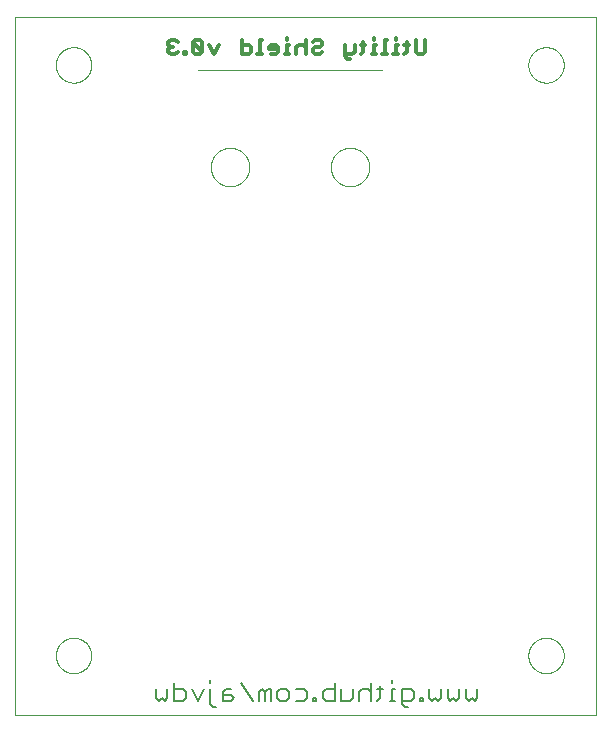
<source format=gbo>
G75*
%MOIN*%
%OFA0B0*%
%FSLAX25Y25*%
%IPPOS*%
%LPD*%
%AMOC8*
5,1,8,0,0,1.08239X$1,22.5*
%
%ADD10C,0.00000*%
%ADD11C,0.01200*%
%ADD12C,0.00800*%
%ADD13C,0.00039*%
D10*
X0001800Y0001800D02*
X0001800Y0234261D01*
X0195501Y0234261D01*
X0195501Y0001800D01*
X0001800Y0001800D01*
X0015579Y0021485D02*
X0015581Y0021638D01*
X0015587Y0021792D01*
X0015597Y0021945D01*
X0015611Y0022097D01*
X0015629Y0022250D01*
X0015651Y0022401D01*
X0015676Y0022552D01*
X0015706Y0022703D01*
X0015740Y0022853D01*
X0015777Y0023001D01*
X0015818Y0023149D01*
X0015863Y0023295D01*
X0015912Y0023441D01*
X0015965Y0023585D01*
X0016021Y0023727D01*
X0016081Y0023868D01*
X0016145Y0024008D01*
X0016212Y0024146D01*
X0016283Y0024282D01*
X0016358Y0024416D01*
X0016435Y0024548D01*
X0016517Y0024678D01*
X0016601Y0024806D01*
X0016689Y0024932D01*
X0016780Y0025055D01*
X0016874Y0025176D01*
X0016972Y0025294D01*
X0017072Y0025410D01*
X0017176Y0025523D01*
X0017282Y0025634D01*
X0017391Y0025742D01*
X0017503Y0025847D01*
X0017617Y0025948D01*
X0017735Y0026047D01*
X0017854Y0026143D01*
X0017976Y0026236D01*
X0018101Y0026325D01*
X0018228Y0026412D01*
X0018357Y0026494D01*
X0018488Y0026574D01*
X0018621Y0026650D01*
X0018756Y0026723D01*
X0018893Y0026792D01*
X0019032Y0026857D01*
X0019172Y0026919D01*
X0019314Y0026977D01*
X0019457Y0027032D01*
X0019602Y0027083D01*
X0019748Y0027130D01*
X0019895Y0027173D01*
X0020043Y0027212D01*
X0020192Y0027248D01*
X0020342Y0027279D01*
X0020493Y0027307D01*
X0020644Y0027331D01*
X0020797Y0027351D01*
X0020949Y0027367D01*
X0021102Y0027379D01*
X0021255Y0027387D01*
X0021408Y0027391D01*
X0021562Y0027391D01*
X0021715Y0027387D01*
X0021868Y0027379D01*
X0022021Y0027367D01*
X0022173Y0027351D01*
X0022326Y0027331D01*
X0022477Y0027307D01*
X0022628Y0027279D01*
X0022778Y0027248D01*
X0022927Y0027212D01*
X0023075Y0027173D01*
X0023222Y0027130D01*
X0023368Y0027083D01*
X0023513Y0027032D01*
X0023656Y0026977D01*
X0023798Y0026919D01*
X0023938Y0026857D01*
X0024077Y0026792D01*
X0024214Y0026723D01*
X0024349Y0026650D01*
X0024482Y0026574D01*
X0024613Y0026494D01*
X0024742Y0026412D01*
X0024869Y0026325D01*
X0024994Y0026236D01*
X0025116Y0026143D01*
X0025235Y0026047D01*
X0025353Y0025948D01*
X0025467Y0025847D01*
X0025579Y0025742D01*
X0025688Y0025634D01*
X0025794Y0025523D01*
X0025898Y0025410D01*
X0025998Y0025294D01*
X0026096Y0025176D01*
X0026190Y0025055D01*
X0026281Y0024932D01*
X0026369Y0024806D01*
X0026453Y0024678D01*
X0026535Y0024548D01*
X0026612Y0024416D01*
X0026687Y0024282D01*
X0026758Y0024146D01*
X0026825Y0024008D01*
X0026889Y0023868D01*
X0026949Y0023727D01*
X0027005Y0023585D01*
X0027058Y0023441D01*
X0027107Y0023295D01*
X0027152Y0023149D01*
X0027193Y0023001D01*
X0027230Y0022853D01*
X0027264Y0022703D01*
X0027294Y0022552D01*
X0027319Y0022401D01*
X0027341Y0022250D01*
X0027359Y0022097D01*
X0027373Y0021945D01*
X0027383Y0021792D01*
X0027389Y0021638D01*
X0027391Y0021485D01*
X0027389Y0021332D01*
X0027383Y0021178D01*
X0027373Y0021025D01*
X0027359Y0020873D01*
X0027341Y0020720D01*
X0027319Y0020569D01*
X0027294Y0020418D01*
X0027264Y0020267D01*
X0027230Y0020117D01*
X0027193Y0019969D01*
X0027152Y0019821D01*
X0027107Y0019675D01*
X0027058Y0019529D01*
X0027005Y0019385D01*
X0026949Y0019243D01*
X0026889Y0019102D01*
X0026825Y0018962D01*
X0026758Y0018824D01*
X0026687Y0018688D01*
X0026612Y0018554D01*
X0026535Y0018422D01*
X0026453Y0018292D01*
X0026369Y0018164D01*
X0026281Y0018038D01*
X0026190Y0017915D01*
X0026096Y0017794D01*
X0025998Y0017676D01*
X0025898Y0017560D01*
X0025794Y0017447D01*
X0025688Y0017336D01*
X0025579Y0017228D01*
X0025467Y0017123D01*
X0025353Y0017022D01*
X0025235Y0016923D01*
X0025116Y0016827D01*
X0024994Y0016734D01*
X0024869Y0016645D01*
X0024742Y0016558D01*
X0024613Y0016476D01*
X0024482Y0016396D01*
X0024349Y0016320D01*
X0024214Y0016247D01*
X0024077Y0016178D01*
X0023938Y0016113D01*
X0023798Y0016051D01*
X0023656Y0015993D01*
X0023513Y0015938D01*
X0023368Y0015887D01*
X0023222Y0015840D01*
X0023075Y0015797D01*
X0022927Y0015758D01*
X0022778Y0015722D01*
X0022628Y0015691D01*
X0022477Y0015663D01*
X0022326Y0015639D01*
X0022173Y0015619D01*
X0022021Y0015603D01*
X0021868Y0015591D01*
X0021715Y0015583D01*
X0021562Y0015579D01*
X0021408Y0015579D01*
X0021255Y0015583D01*
X0021102Y0015591D01*
X0020949Y0015603D01*
X0020797Y0015619D01*
X0020644Y0015639D01*
X0020493Y0015663D01*
X0020342Y0015691D01*
X0020192Y0015722D01*
X0020043Y0015758D01*
X0019895Y0015797D01*
X0019748Y0015840D01*
X0019602Y0015887D01*
X0019457Y0015938D01*
X0019314Y0015993D01*
X0019172Y0016051D01*
X0019032Y0016113D01*
X0018893Y0016178D01*
X0018756Y0016247D01*
X0018621Y0016320D01*
X0018488Y0016396D01*
X0018357Y0016476D01*
X0018228Y0016558D01*
X0018101Y0016645D01*
X0017976Y0016734D01*
X0017854Y0016827D01*
X0017735Y0016923D01*
X0017617Y0017022D01*
X0017503Y0017123D01*
X0017391Y0017228D01*
X0017282Y0017336D01*
X0017176Y0017447D01*
X0017072Y0017560D01*
X0016972Y0017676D01*
X0016874Y0017794D01*
X0016780Y0017915D01*
X0016689Y0018038D01*
X0016601Y0018164D01*
X0016517Y0018292D01*
X0016435Y0018422D01*
X0016358Y0018554D01*
X0016283Y0018688D01*
X0016212Y0018824D01*
X0016145Y0018962D01*
X0016081Y0019102D01*
X0016021Y0019243D01*
X0015965Y0019385D01*
X0015912Y0019529D01*
X0015863Y0019675D01*
X0015818Y0019821D01*
X0015777Y0019969D01*
X0015740Y0020117D01*
X0015706Y0020267D01*
X0015676Y0020418D01*
X0015651Y0020569D01*
X0015629Y0020720D01*
X0015611Y0020873D01*
X0015597Y0021025D01*
X0015587Y0021178D01*
X0015581Y0021332D01*
X0015579Y0021485D01*
X0067231Y0184300D02*
X0067233Y0184460D01*
X0067239Y0184619D01*
X0067249Y0184778D01*
X0067263Y0184937D01*
X0067281Y0185096D01*
X0067302Y0185254D01*
X0067328Y0185411D01*
X0067358Y0185568D01*
X0067391Y0185724D01*
X0067429Y0185879D01*
X0067470Y0186033D01*
X0067515Y0186186D01*
X0067564Y0186338D01*
X0067617Y0186489D01*
X0067673Y0186638D01*
X0067734Y0186786D01*
X0067797Y0186932D01*
X0067865Y0187077D01*
X0067936Y0187220D01*
X0068010Y0187361D01*
X0068088Y0187500D01*
X0068170Y0187637D01*
X0068255Y0187772D01*
X0068343Y0187905D01*
X0068435Y0188036D01*
X0068529Y0188164D01*
X0068627Y0188290D01*
X0068728Y0188414D01*
X0068832Y0188535D01*
X0068939Y0188653D01*
X0069049Y0188769D01*
X0069162Y0188882D01*
X0069278Y0188992D01*
X0069396Y0189099D01*
X0069517Y0189203D01*
X0069641Y0189304D01*
X0069767Y0189402D01*
X0069895Y0189496D01*
X0070026Y0189588D01*
X0070159Y0189676D01*
X0070294Y0189761D01*
X0070431Y0189843D01*
X0070570Y0189921D01*
X0070711Y0189995D01*
X0070854Y0190066D01*
X0070999Y0190134D01*
X0071145Y0190197D01*
X0071293Y0190258D01*
X0071442Y0190314D01*
X0071593Y0190367D01*
X0071745Y0190416D01*
X0071898Y0190461D01*
X0072052Y0190502D01*
X0072207Y0190540D01*
X0072363Y0190573D01*
X0072520Y0190603D01*
X0072677Y0190629D01*
X0072835Y0190650D01*
X0072994Y0190668D01*
X0073153Y0190682D01*
X0073312Y0190692D01*
X0073471Y0190698D01*
X0073631Y0190700D01*
X0073791Y0190698D01*
X0073950Y0190692D01*
X0074109Y0190682D01*
X0074268Y0190668D01*
X0074427Y0190650D01*
X0074585Y0190629D01*
X0074742Y0190603D01*
X0074899Y0190573D01*
X0075055Y0190540D01*
X0075210Y0190502D01*
X0075364Y0190461D01*
X0075517Y0190416D01*
X0075669Y0190367D01*
X0075820Y0190314D01*
X0075969Y0190258D01*
X0076117Y0190197D01*
X0076263Y0190134D01*
X0076408Y0190066D01*
X0076551Y0189995D01*
X0076692Y0189921D01*
X0076831Y0189843D01*
X0076968Y0189761D01*
X0077103Y0189676D01*
X0077236Y0189588D01*
X0077367Y0189496D01*
X0077495Y0189402D01*
X0077621Y0189304D01*
X0077745Y0189203D01*
X0077866Y0189099D01*
X0077984Y0188992D01*
X0078100Y0188882D01*
X0078213Y0188769D01*
X0078323Y0188653D01*
X0078430Y0188535D01*
X0078534Y0188414D01*
X0078635Y0188290D01*
X0078733Y0188164D01*
X0078827Y0188036D01*
X0078919Y0187905D01*
X0079007Y0187772D01*
X0079092Y0187637D01*
X0079174Y0187500D01*
X0079252Y0187361D01*
X0079326Y0187220D01*
X0079397Y0187077D01*
X0079465Y0186932D01*
X0079528Y0186786D01*
X0079589Y0186638D01*
X0079645Y0186489D01*
X0079698Y0186338D01*
X0079747Y0186186D01*
X0079792Y0186033D01*
X0079833Y0185879D01*
X0079871Y0185724D01*
X0079904Y0185568D01*
X0079934Y0185411D01*
X0079960Y0185254D01*
X0079981Y0185096D01*
X0079999Y0184937D01*
X0080013Y0184778D01*
X0080023Y0184619D01*
X0080029Y0184460D01*
X0080031Y0184300D01*
X0080029Y0184140D01*
X0080023Y0183981D01*
X0080013Y0183822D01*
X0079999Y0183663D01*
X0079981Y0183504D01*
X0079960Y0183346D01*
X0079934Y0183189D01*
X0079904Y0183032D01*
X0079871Y0182876D01*
X0079833Y0182721D01*
X0079792Y0182567D01*
X0079747Y0182414D01*
X0079698Y0182262D01*
X0079645Y0182111D01*
X0079589Y0181962D01*
X0079528Y0181814D01*
X0079465Y0181668D01*
X0079397Y0181523D01*
X0079326Y0181380D01*
X0079252Y0181239D01*
X0079174Y0181100D01*
X0079092Y0180963D01*
X0079007Y0180828D01*
X0078919Y0180695D01*
X0078827Y0180564D01*
X0078733Y0180436D01*
X0078635Y0180310D01*
X0078534Y0180186D01*
X0078430Y0180065D01*
X0078323Y0179947D01*
X0078213Y0179831D01*
X0078100Y0179718D01*
X0077984Y0179608D01*
X0077866Y0179501D01*
X0077745Y0179397D01*
X0077621Y0179296D01*
X0077495Y0179198D01*
X0077367Y0179104D01*
X0077236Y0179012D01*
X0077103Y0178924D01*
X0076968Y0178839D01*
X0076831Y0178757D01*
X0076692Y0178679D01*
X0076551Y0178605D01*
X0076408Y0178534D01*
X0076263Y0178466D01*
X0076117Y0178403D01*
X0075969Y0178342D01*
X0075820Y0178286D01*
X0075669Y0178233D01*
X0075517Y0178184D01*
X0075364Y0178139D01*
X0075210Y0178098D01*
X0075055Y0178060D01*
X0074899Y0178027D01*
X0074742Y0177997D01*
X0074585Y0177971D01*
X0074427Y0177950D01*
X0074268Y0177932D01*
X0074109Y0177918D01*
X0073950Y0177908D01*
X0073791Y0177902D01*
X0073631Y0177900D01*
X0073471Y0177902D01*
X0073312Y0177908D01*
X0073153Y0177918D01*
X0072994Y0177932D01*
X0072835Y0177950D01*
X0072677Y0177971D01*
X0072520Y0177997D01*
X0072363Y0178027D01*
X0072207Y0178060D01*
X0072052Y0178098D01*
X0071898Y0178139D01*
X0071745Y0178184D01*
X0071593Y0178233D01*
X0071442Y0178286D01*
X0071293Y0178342D01*
X0071145Y0178403D01*
X0070999Y0178466D01*
X0070854Y0178534D01*
X0070711Y0178605D01*
X0070570Y0178679D01*
X0070431Y0178757D01*
X0070294Y0178839D01*
X0070159Y0178924D01*
X0070026Y0179012D01*
X0069895Y0179104D01*
X0069767Y0179198D01*
X0069641Y0179296D01*
X0069517Y0179397D01*
X0069396Y0179501D01*
X0069278Y0179608D01*
X0069162Y0179718D01*
X0069049Y0179831D01*
X0068939Y0179947D01*
X0068832Y0180065D01*
X0068728Y0180186D01*
X0068627Y0180310D01*
X0068529Y0180436D01*
X0068435Y0180564D01*
X0068343Y0180695D01*
X0068255Y0180828D01*
X0068170Y0180963D01*
X0068088Y0181100D01*
X0068010Y0181239D01*
X0067936Y0181380D01*
X0067865Y0181523D01*
X0067797Y0181668D01*
X0067734Y0181814D01*
X0067673Y0181962D01*
X0067617Y0182111D01*
X0067564Y0182262D01*
X0067515Y0182414D01*
X0067470Y0182567D01*
X0067429Y0182721D01*
X0067391Y0182876D01*
X0067358Y0183032D01*
X0067328Y0183189D01*
X0067302Y0183346D01*
X0067281Y0183504D01*
X0067263Y0183663D01*
X0067249Y0183822D01*
X0067239Y0183981D01*
X0067233Y0184140D01*
X0067231Y0184300D01*
X0015579Y0218335D02*
X0015581Y0218488D01*
X0015587Y0218642D01*
X0015597Y0218795D01*
X0015611Y0218947D01*
X0015629Y0219100D01*
X0015651Y0219251D01*
X0015676Y0219402D01*
X0015706Y0219553D01*
X0015740Y0219703D01*
X0015777Y0219851D01*
X0015818Y0219999D01*
X0015863Y0220145D01*
X0015912Y0220291D01*
X0015965Y0220435D01*
X0016021Y0220577D01*
X0016081Y0220718D01*
X0016145Y0220858D01*
X0016212Y0220996D01*
X0016283Y0221132D01*
X0016358Y0221266D01*
X0016435Y0221398D01*
X0016517Y0221528D01*
X0016601Y0221656D01*
X0016689Y0221782D01*
X0016780Y0221905D01*
X0016874Y0222026D01*
X0016972Y0222144D01*
X0017072Y0222260D01*
X0017176Y0222373D01*
X0017282Y0222484D01*
X0017391Y0222592D01*
X0017503Y0222697D01*
X0017617Y0222798D01*
X0017735Y0222897D01*
X0017854Y0222993D01*
X0017976Y0223086D01*
X0018101Y0223175D01*
X0018228Y0223262D01*
X0018357Y0223344D01*
X0018488Y0223424D01*
X0018621Y0223500D01*
X0018756Y0223573D01*
X0018893Y0223642D01*
X0019032Y0223707D01*
X0019172Y0223769D01*
X0019314Y0223827D01*
X0019457Y0223882D01*
X0019602Y0223933D01*
X0019748Y0223980D01*
X0019895Y0224023D01*
X0020043Y0224062D01*
X0020192Y0224098D01*
X0020342Y0224129D01*
X0020493Y0224157D01*
X0020644Y0224181D01*
X0020797Y0224201D01*
X0020949Y0224217D01*
X0021102Y0224229D01*
X0021255Y0224237D01*
X0021408Y0224241D01*
X0021562Y0224241D01*
X0021715Y0224237D01*
X0021868Y0224229D01*
X0022021Y0224217D01*
X0022173Y0224201D01*
X0022326Y0224181D01*
X0022477Y0224157D01*
X0022628Y0224129D01*
X0022778Y0224098D01*
X0022927Y0224062D01*
X0023075Y0224023D01*
X0023222Y0223980D01*
X0023368Y0223933D01*
X0023513Y0223882D01*
X0023656Y0223827D01*
X0023798Y0223769D01*
X0023938Y0223707D01*
X0024077Y0223642D01*
X0024214Y0223573D01*
X0024349Y0223500D01*
X0024482Y0223424D01*
X0024613Y0223344D01*
X0024742Y0223262D01*
X0024869Y0223175D01*
X0024994Y0223086D01*
X0025116Y0222993D01*
X0025235Y0222897D01*
X0025353Y0222798D01*
X0025467Y0222697D01*
X0025579Y0222592D01*
X0025688Y0222484D01*
X0025794Y0222373D01*
X0025898Y0222260D01*
X0025998Y0222144D01*
X0026096Y0222026D01*
X0026190Y0221905D01*
X0026281Y0221782D01*
X0026369Y0221656D01*
X0026453Y0221528D01*
X0026535Y0221398D01*
X0026612Y0221266D01*
X0026687Y0221132D01*
X0026758Y0220996D01*
X0026825Y0220858D01*
X0026889Y0220718D01*
X0026949Y0220577D01*
X0027005Y0220435D01*
X0027058Y0220291D01*
X0027107Y0220145D01*
X0027152Y0219999D01*
X0027193Y0219851D01*
X0027230Y0219703D01*
X0027264Y0219553D01*
X0027294Y0219402D01*
X0027319Y0219251D01*
X0027341Y0219100D01*
X0027359Y0218947D01*
X0027373Y0218795D01*
X0027383Y0218642D01*
X0027389Y0218488D01*
X0027391Y0218335D01*
X0027389Y0218182D01*
X0027383Y0218028D01*
X0027373Y0217875D01*
X0027359Y0217723D01*
X0027341Y0217570D01*
X0027319Y0217419D01*
X0027294Y0217268D01*
X0027264Y0217117D01*
X0027230Y0216967D01*
X0027193Y0216819D01*
X0027152Y0216671D01*
X0027107Y0216525D01*
X0027058Y0216379D01*
X0027005Y0216235D01*
X0026949Y0216093D01*
X0026889Y0215952D01*
X0026825Y0215812D01*
X0026758Y0215674D01*
X0026687Y0215538D01*
X0026612Y0215404D01*
X0026535Y0215272D01*
X0026453Y0215142D01*
X0026369Y0215014D01*
X0026281Y0214888D01*
X0026190Y0214765D01*
X0026096Y0214644D01*
X0025998Y0214526D01*
X0025898Y0214410D01*
X0025794Y0214297D01*
X0025688Y0214186D01*
X0025579Y0214078D01*
X0025467Y0213973D01*
X0025353Y0213872D01*
X0025235Y0213773D01*
X0025116Y0213677D01*
X0024994Y0213584D01*
X0024869Y0213495D01*
X0024742Y0213408D01*
X0024613Y0213326D01*
X0024482Y0213246D01*
X0024349Y0213170D01*
X0024214Y0213097D01*
X0024077Y0213028D01*
X0023938Y0212963D01*
X0023798Y0212901D01*
X0023656Y0212843D01*
X0023513Y0212788D01*
X0023368Y0212737D01*
X0023222Y0212690D01*
X0023075Y0212647D01*
X0022927Y0212608D01*
X0022778Y0212572D01*
X0022628Y0212541D01*
X0022477Y0212513D01*
X0022326Y0212489D01*
X0022173Y0212469D01*
X0022021Y0212453D01*
X0021868Y0212441D01*
X0021715Y0212433D01*
X0021562Y0212429D01*
X0021408Y0212429D01*
X0021255Y0212433D01*
X0021102Y0212441D01*
X0020949Y0212453D01*
X0020797Y0212469D01*
X0020644Y0212489D01*
X0020493Y0212513D01*
X0020342Y0212541D01*
X0020192Y0212572D01*
X0020043Y0212608D01*
X0019895Y0212647D01*
X0019748Y0212690D01*
X0019602Y0212737D01*
X0019457Y0212788D01*
X0019314Y0212843D01*
X0019172Y0212901D01*
X0019032Y0212963D01*
X0018893Y0213028D01*
X0018756Y0213097D01*
X0018621Y0213170D01*
X0018488Y0213246D01*
X0018357Y0213326D01*
X0018228Y0213408D01*
X0018101Y0213495D01*
X0017976Y0213584D01*
X0017854Y0213677D01*
X0017735Y0213773D01*
X0017617Y0213872D01*
X0017503Y0213973D01*
X0017391Y0214078D01*
X0017282Y0214186D01*
X0017176Y0214297D01*
X0017072Y0214410D01*
X0016972Y0214526D01*
X0016874Y0214644D01*
X0016780Y0214765D01*
X0016689Y0214888D01*
X0016601Y0215014D01*
X0016517Y0215142D01*
X0016435Y0215272D01*
X0016358Y0215404D01*
X0016283Y0215538D01*
X0016212Y0215674D01*
X0016145Y0215812D01*
X0016081Y0215952D01*
X0016021Y0216093D01*
X0015965Y0216235D01*
X0015912Y0216379D01*
X0015863Y0216525D01*
X0015818Y0216671D01*
X0015777Y0216819D01*
X0015740Y0216967D01*
X0015706Y0217117D01*
X0015676Y0217268D01*
X0015651Y0217419D01*
X0015629Y0217570D01*
X0015611Y0217723D01*
X0015597Y0217875D01*
X0015587Y0218028D01*
X0015581Y0218182D01*
X0015579Y0218335D01*
X0107231Y0184300D02*
X0107233Y0184460D01*
X0107239Y0184619D01*
X0107249Y0184778D01*
X0107263Y0184937D01*
X0107281Y0185096D01*
X0107302Y0185254D01*
X0107328Y0185411D01*
X0107358Y0185568D01*
X0107391Y0185724D01*
X0107429Y0185879D01*
X0107470Y0186033D01*
X0107515Y0186186D01*
X0107564Y0186338D01*
X0107617Y0186489D01*
X0107673Y0186638D01*
X0107734Y0186786D01*
X0107797Y0186932D01*
X0107865Y0187077D01*
X0107936Y0187220D01*
X0108010Y0187361D01*
X0108088Y0187500D01*
X0108170Y0187637D01*
X0108255Y0187772D01*
X0108343Y0187905D01*
X0108435Y0188036D01*
X0108529Y0188164D01*
X0108627Y0188290D01*
X0108728Y0188414D01*
X0108832Y0188535D01*
X0108939Y0188653D01*
X0109049Y0188769D01*
X0109162Y0188882D01*
X0109278Y0188992D01*
X0109396Y0189099D01*
X0109517Y0189203D01*
X0109641Y0189304D01*
X0109767Y0189402D01*
X0109895Y0189496D01*
X0110026Y0189588D01*
X0110159Y0189676D01*
X0110294Y0189761D01*
X0110431Y0189843D01*
X0110570Y0189921D01*
X0110711Y0189995D01*
X0110854Y0190066D01*
X0110999Y0190134D01*
X0111145Y0190197D01*
X0111293Y0190258D01*
X0111442Y0190314D01*
X0111593Y0190367D01*
X0111745Y0190416D01*
X0111898Y0190461D01*
X0112052Y0190502D01*
X0112207Y0190540D01*
X0112363Y0190573D01*
X0112520Y0190603D01*
X0112677Y0190629D01*
X0112835Y0190650D01*
X0112994Y0190668D01*
X0113153Y0190682D01*
X0113312Y0190692D01*
X0113471Y0190698D01*
X0113631Y0190700D01*
X0113791Y0190698D01*
X0113950Y0190692D01*
X0114109Y0190682D01*
X0114268Y0190668D01*
X0114427Y0190650D01*
X0114585Y0190629D01*
X0114742Y0190603D01*
X0114899Y0190573D01*
X0115055Y0190540D01*
X0115210Y0190502D01*
X0115364Y0190461D01*
X0115517Y0190416D01*
X0115669Y0190367D01*
X0115820Y0190314D01*
X0115969Y0190258D01*
X0116117Y0190197D01*
X0116263Y0190134D01*
X0116408Y0190066D01*
X0116551Y0189995D01*
X0116692Y0189921D01*
X0116831Y0189843D01*
X0116968Y0189761D01*
X0117103Y0189676D01*
X0117236Y0189588D01*
X0117367Y0189496D01*
X0117495Y0189402D01*
X0117621Y0189304D01*
X0117745Y0189203D01*
X0117866Y0189099D01*
X0117984Y0188992D01*
X0118100Y0188882D01*
X0118213Y0188769D01*
X0118323Y0188653D01*
X0118430Y0188535D01*
X0118534Y0188414D01*
X0118635Y0188290D01*
X0118733Y0188164D01*
X0118827Y0188036D01*
X0118919Y0187905D01*
X0119007Y0187772D01*
X0119092Y0187637D01*
X0119174Y0187500D01*
X0119252Y0187361D01*
X0119326Y0187220D01*
X0119397Y0187077D01*
X0119465Y0186932D01*
X0119528Y0186786D01*
X0119589Y0186638D01*
X0119645Y0186489D01*
X0119698Y0186338D01*
X0119747Y0186186D01*
X0119792Y0186033D01*
X0119833Y0185879D01*
X0119871Y0185724D01*
X0119904Y0185568D01*
X0119934Y0185411D01*
X0119960Y0185254D01*
X0119981Y0185096D01*
X0119999Y0184937D01*
X0120013Y0184778D01*
X0120023Y0184619D01*
X0120029Y0184460D01*
X0120031Y0184300D01*
X0120029Y0184140D01*
X0120023Y0183981D01*
X0120013Y0183822D01*
X0119999Y0183663D01*
X0119981Y0183504D01*
X0119960Y0183346D01*
X0119934Y0183189D01*
X0119904Y0183032D01*
X0119871Y0182876D01*
X0119833Y0182721D01*
X0119792Y0182567D01*
X0119747Y0182414D01*
X0119698Y0182262D01*
X0119645Y0182111D01*
X0119589Y0181962D01*
X0119528Y0181814D01*
X0119465Y0181668D01*
X0119397Y0181523D01*
X0119326Y0181380D01*
X0119252Y0181239D01*
X0119174Y0181100D01*
X0119092Y0180963D01*
X0119007Y0180828D01*
X0118919Y0180695D01*
X0118827Y0180564D01*
X0118733Y0180436D01*
X0118635Y0180310D01*
X0118534Y0180186D01*
X0118430Y0180065D01*
X0118323Y0179947D01*
X0118213Y0179831D01*
X0118100Y0179718D01*
X0117984Y0179608D01*
X0117866Y0179501D01*
X0117745Y0179397D01*
X0117621Y0179296D01*
X0117495Y0179198D01*
X0117367Y0179104D01*
X0117236Y0179012D01*
X0117103Y0178924D01*
X0116968Y0178839D01*
X0116831Y0178757D01*
X0116692Y0178679D01*
X0116551Y0178605D01*
X0116408Y0178534D01*
X0116263Y0178466D01*
X0116117Y0178403D01*
X0115969Y0178342D01*
X0115820Y0178286D01*
X0115669Y0178233D01*
X0115517Y0178184D01*
X0115364Y0178139D01*
X0115210Y0178098D01*
X0115055Y0178060D01*
X0114899Y0178027D01*
X0114742Y0177997D01*
X0114585Y0177971D01*
X0114427Y0177950D01*
X0114268Y0177932D01*
X0114109Y0177918D01*
X0113950Y0177908D01*
X0113791Y0177902D01*
X0113631Y0177900D01*
X0113471Y0177902D01*
X0113312Y0177908D01*
X0113153Y0177918D01*
X0112994Y0177932D01*
X0112835Y0177950D01*
X0112677Y0177971D01*
X0112520Y0177997D01*
X0112363Y0178027D01*
X0112207Y0178060D01*
X0112052Y0178098D01*
X0111898Y0178139D01*
X0111745Y0178184D01*
X0111593Y0178233D01*
X0111442Y0178286D01*
X0111293Y0178342D01*
X0111145Y0178403D01*
X0110999Y0178466D01*
X0110854Y0178534D01*
X0110711Y0178605D01*
X0110570Y0178679D01*
X0110431Y0178757D01*
X0110294Y0178839D01*
X0110159Y0178924D01*
X0110026Y0179012D01*
X0109895Y0179104D01*
X0109767Y0179198D01*
X0109641Y0179296D01*
X0109517Y0179397D01*
X0109396Y0179501D01*
X0109278Y0179608D01*
X0109162Y0179718D01*
X0109049Y0179831D01*
X0108939Y0179947D01*
X0108832Y0180065D01*
X0108728Y0180186D01*
X0108627Y0180310D01*
X0108529Y0180436D01*
X0108435Y0180564D01*
X0108343Y0180695D01*
X0108255Y0180828D01*
X0108170Y0180963D01*
X0108088Y0181100D01*
X0108010Y0181239D01*
X0107936Y0181380D01*
X0107865Y0181523D01*
X0107797Y0181668D01*
X0107734Y0181814D01*
X0107673Y0181962D01*
X0107617Y0182111D01*
X0107564Y0182262D01*
X0107515Y0182414D01*
X0107470Y0182567D01*
X0107429Y0182721D01*
X0107391Y0182876D01*
X0107358Y0183032D01*
X0107328Y0183189D01*
X0107302Y0183346D01*
X0107281Y0183504D01*
X0107263Y0183663D01*
X0107249Y0183822D01*
X0107239Y0183981D01*
X0107233Y0184140D01*
X0107231Y0184300D01*
X0173059Y0218335D02*
X0173061Y0218488D01*
X0173067Y0218642D01*
X0173077Y0218795D01*
X0173091Y0218947D01*
X0173109Y0219100D01*
X0173131Y0219251D01*
X0173156Y0219402D01*
X0173186Y0219553D01*
X0173220Y0219703D01*
X0173257Y0219851D01*
X0173298Y0219999D01*
X0173343Y0220145D01*
X0173392Y0220291D01*
X0173445Y0220435D01*
X0173501Y0220577D01*
X0173561Y0220718D01*
X0173625Y0220858D01*
X0173692Y0220996D01*
X0173763Y0221132D01*
X0173838Y0221266D01*
X0173915Y0221398D01*
X0173997Y0221528D01*
X0174081Y0221656D01*
X0174169Y0221782D01*
X0174260Y0221905D01*
X0174354Y0222026D01*
X0174452Y0222144D01*
X0174552Y0222260D01*
X0174656Y0222373D01*
X0174762Y0222484D01*
X0174871Y0222592D01*
X0174983Y0222697D01*
X0175097Y0222798D01*
X0175215Y0222897D01*
X0175334Y0222993D01*
X0175456Y0223086D01*
X0175581Y0223175D01*
X0175708Y0223262D01*
X0175837Y0223344D01*
X0175968Y0223424D01*
X0176101Y0223500D01*
X0176236Y0223573D01*
X0176373Y0223642D01*
X0176512Y0223707D01*
X0176652Y0223769D01*
X0176794Y0223827D01*
X0176937Y0223882D01*
X0177082Y0223933D01*
X0177228Y0223980D01*
X0177375Y0224023D01*
X0177523Y0224062D01*
X0177672Y0224098D01*
X0177822Y0224129D01*
X0177973Y0224157D01*
X0178124Y0224181D01*
X0178277Y0224201D01*
X0178429Y0224217D01*
X0178582Y0224229D01*
X0178735Y0224237D01*
X0178888Y0224241D01*
X0179042Y0224241D01*
X0179195Y0224237D01*
X0179348Y0224229D01*
X0179501Y0224217D01*
X0179653Y0224201D01*
X0179806Y0224181D01*
X0179957Y0224157D01*
X0180108Y0224129D01*
X0180258Y0224098D01*
X0180407Y0224062D01*
X0180555Y0224023D01*
X0180702Y0223980D01*
X0180848Y0223933D01*
X0180993Y0223882D01*
X0181136Y0223827D01*
X0181278Y0223769D01*
X0181418Y0223707D01*
X0181557Y0223642D01*
X0181694Y0223573D01*
X0181829Y0223500D01*
X0181962Y0223424D01*
X0182093Y0223344D01*
X0182222Y0223262D01*
X0182349Y0223175D01*
X0182474Y0223086D01*
X0182596Y0222993D01*
X0182715Y0222897D01*
X0182833Y0222798D01*
X0182947Y0222697D01*
X0183059Y0222592D01*
X0183168Y0222484D01*
X0183274Y0222373D01*
X0183378Y0222260D01*
X0183478Y0222144D01*
X0183576Y0222026D01*
X0183670Y0221905D01*
X0183761Y0221782D01*
X0183849Y0221656D01*
X0183933Y0221528D01*
X0184015Y0221398D01*
X0184092Y0221266D01*
X0184167Y0221132D01*
X0184238Y0220996D01*
X0184305Y0220858D01*
X0184369Y0220718D01*
X0184429Y0220577D01*
X0184485Y0220435D01*
X0184538Y0220291D01*
X0184587Y0220145D01*
X0184632Y0219999D01*
X0184673Y0219851D01*
X0184710Y0219703D01*
X0184744Y0219553D01*
X0184774Y0219402D01*
X0184799Y0219251D01*
X0184821Y0219100D01*
X0184839Y0218947D01*
X0184853Y0218795D01*
X0184863Y0218642D01*
X0184869Y0218488D01*
X0184871Y0218335D01*
X0184869Y0218182D01*
X0184863Y0218028D01*
X0184853Y0217875D01*
X0184839Y0217723D01*
X0184821Y0217570D01*
X0184799Y0217419D01*
X0184774Y0217268D01*
X0184744Y0217117D01*
X0184710Y0216967D01*
X0184673Y0216819D01*
X0184632Y0216671D01*
X0184587Y0216525D01*
X0184538Y0216379D01*
X0184485Y0216235D01*
X0184429Y0216093D01*
X0184369Y0215952D01*
X0184305Y0215812D01*
X0184238Y0215674D01*
X0184167Y0215538D01*
X0184092Y0215404D01*
X0184015Y0215272D01*
X0183933Y0215142D01*
X0183849Y0215014D01*
X0183761Y0214888D01*
X0183670Y0214765D01*
X0183576Y0214644D01*
X0183478Y0214526D01*
X0183378Y0214410D01*
X0183274Y0214297D01*
X0183168Y0214186D01*
X0183059Y0214078D01*
X0182947Y0213973D01*
X0182833Y0213872D01*
X0182715Y0213773D01*
X0182596Y0213677D01*
X0182474Y0213584D01*
X0182349Y0213495D01*
X0182222Y0213408D01*
X0182093Y0213326D01*
X0181962Y0213246D01*
X0181829Y0213170D01*
X0181694Y0213097D01*
X0181557Y0213028D01*
X0181418Y0212963D01*
X0181278Y0212901D01*
X0181136Y0212843D01*
X0180993Y0212788D01*
X0180848Y0212737D01*
X0180702Y0212690D01*
X0180555Y0212647D01*
X0180407Y0212608D01*
X0180258Y0212572D01*
X0180108Y0212541D01*
X0179957Y0212513D01*
X0179806Y0212489D01*
X0179653Y0212469D01*
X0179501Y0212453D01*
X0179348Y0212441D01*
X0179195Y0212433D01*
X0179042Y0212429D01*
X0178888Y0212429D01*
X0178735Y0212433D01*
X0178582Y0212441D01*
X0178429Y0212453D01*
X0178277Y0212469D01*
X0178124Y0212489D01*
X0177973Y0212513D01*
X0177822Y0212541D01*
X0177672Y0212572D01*
X0177523Y0212608D01*
X0177375Y0212647D01*
X0177228Y0212690D01*
X0177082Y0212737D01*
X0176937Y0212788D01*
X0176794Y0212843D01*
X0176652Y0212901D01*
X0176512Y0212963D01*
X0176373Y0213028D01*
X0176236Y0213097D01*
X0176101Y0213170D01*
X0175968Y0213246D01*
X0175837Y0213326D01*
X0175708Y0213408D01*
X0175581Y0213495D01*
X0175456Y0213584D01*
X0175334Y0213677D01*
X0175215Y0213773D01*
X0175097Y0213872D01*
X0174983Y0213973D01*
X0174871Y0214078D01*
X0174762Y0214186D01*
X0174656Y0214297D01*
X0174552Y0214410D01*
X0174452Y0214526D01*
X0174354Y0214644D01*
X0174260Y0214765D01*
X0174169Y0214888D01*
X0174081Y0215014D01*
X0173997Y0215142D01*
X0173915Y0215272D01*
X0173838Y0215404D01*
X0173763Y0215538D01*
X0173692Y0215674D01*
X0173625Y0215812D01*
X0173561Y0215952D01*
X0173501Y0216093D01*
X0173445Y0216235D01*
X0173392Y0216379D01*
X0173343Y0216525D01*
X0173298Y0216671D01*
X0173257Y0216819D01*
X0173220Y0216967D01*
X0173186Y0217117D01*
X0173156Y0217268D01*
X0173131Y0217419D01*
X0173109Y0217570D01*
X0173091Y0217723D01*
X0173077Y0217875D01*
X0173067Y0218028D01*
X0173061Y0218182D01*
X0173059Y0218335D01*
X0173059Y0021485D02*
X0173061Y0021638D01*
X0173067Y0021792D01*
X0173077Y0021945D01*
X0173091Y0022097D01*
X0173109Y0022250D01*
X0173131Y0022401D01*
X0173156Y0022552D01*
X0173186Y0022703D01*
X0173220Y0022853D01*
X0173257Y0023001D01*
X0173298Y0023149D01*
X0173343Y0023295D01*
X0173392Y0023441D01*
X0173445Y0023585D01*
X0173501Y0023727D01*
X0173561Y0023868D01*
X0173625Y0024008D01*
X0173692Y0024146D01*
X0173763Y0024282D01*
X0173838Y0024416D01*
X0173915Y0024548D01*
X0173997Y0024678D01*
X0174081Y0024806D01*
X0174169Y0024932D01*
X0174260Y0025055D01*
X0174354Y0025176D01*
X0174452Y0025294D01*
X0174552Y0025410D01*
X0174656Y0025523D01*
X0174762Y0025634D01*
X0174871Y0025742D01*
X0174983Y0025847D01*
X0175097Y0025948D01*
X0175215Y0026047D01*
X0175334Y0026143D01*
X0175456Y0026236D01*
X0175581Y0026325D01*
X0175708Y0026412D01*
X0175837Y0026494D01*
X0175968Y0026574D01*
X0176101Y0026650D01*
X0176236Y0026723D01*
X0176373Y0026792D01*
X0176512Y0026857D01*
X0176652Y0026919D01*
X0176794Y0026977D01*
X0176937Y0027032D01*
X0177082Y0027083D01*
X0177228Y0027130D01*
X0177375Y0027173D01*
X0177523Y0027212D01*
X0177672Y0027248D01*
X0177822Y0027279D01*
X0177973Y0027307D01*
X0178124Y0027331D01*
X0178277Y0027351D01*
X0178429Y0027367D01*
X0178582Y0027379D01*
X0178735Y0027387D01*
X0178888Y0027391D01*
X0179042Y0027391D01*
X0179195Y0027387D01*
X0179348Y0027379D01*
X0179501Y0027367D01*
X0179653Y0027351D01*
X0179806Y0027331D01*
X0179957Y0027307D01*
X0180108Y0027279D01*
X0180258Y0027248D01*
X0180407Y0027212D01*
X0180555Y0027173D01*
X0180702Y0027130D01*
X0180848Y0027083D01*
X0180993Y0027032D01*
X0181136Y0026977D01*
X0181278Y0026919D01*
X0181418Y0026857D01*
X0181557Y0026792D01*
X0181694Y0026723D01*
X0181829Y0026650D01*
X0181962Y0026574D01*
X0182093Y0026494D01*
X0182222Y0026412D01*
X0182349Y0026325D01*
X0182474Y0026236D01*
X0182596Y0026143D01*
X0182715Y0026047D01*
X0182833Y0025948D01*
X0182947Y0025847D01*
X0183059Y0025742D01*
X0183168Y0025634D01*
X0183274Y0025523D01*
X0183378Y0025410D01*
X0183478Y0025294D01*
X0183576Y0025176D01*
X0183670Y0025055D01*
X0183761Y0024932D01*
X0183849Y0024806D01*
X0183933Y0024678D01*
X0184015Y0024548D01*
X0184092Y0024416D01*
X0184167Y0024282D01*
X0184238Y0024146D01*
X0184305Y0024008D01*
X0184369Y0023868D01*
X0184429Y0023727D01*
X0184485Y0023585D01*
X0184538Y0023441D01*
X0184587Y0023295D01*
X0184632Y0023149D01*
X0184673Y0023001D01*
X0184710Y0022853D01*
X0184744Y0022703D01*
X0184774Y0022552D01*
X0184799Y0022401D01*
X0184821Y0022250D01*
X0184839Y0022097D01*
X0184853Y0021945D01*
X0184863Y0021792D01*
X0184869Y0021638D01*
X0184871Y0021485D01*
X0184869Y0021332D01*
X0184863Y0021178D01*
X0184853Y0021025D01*
X0184839Y0020873D01*
X0184821Y0020720D01*
X0184799Y0020569D01*
X0184774Y0020418D01*
X0184744Y0020267D01*
X0184710Y0020117D01*
X0184673Y0019969D01*
X0184632Y0019821D01*
X0184587Y0019675D01*
X0184538Y0019529D01*
X0184485Y0019385D01*
X0184429Y0019243D01*
X0184369Y0019102D01*
X0184305Y0018962D01*
X0184238Y0018824D01*
X0184167Y0018688D01*
X0184092Y0018554D01*
X0184015Y0018422D01*
X0183933Y0018292D01*
X0183849Y0018164D01*
X0183761Y0018038D01*
X0183670Y0017915D01*
X0183576Y0017794D01*
X0183478Y0017676D01*
X0183378Y0017560D01*
X0183274Y0017447D01*
X0183168Y0017336D01*
X0183059Y0017228D01*
X0182947Y0017123D01*
X0182833Y0017022D01*
X0182715Y0016923D01*
X0182596Y0016827D01*
X0182474Y0016734D01*
X0182349Y0016645D01*
X0182222Y0016558D01*
X0182093Y0016476D01*
X0181962Y0016396D01*
X0181829Y0016320D01*
X0181694Y0016247D01*
X0181557Y0016178D01*
X0181418Y0016113D01*
X0181278Y0016051D01*
X0181136Y0015993D01*
X0180993Y0015938D01*
X0180848Y0015887D01*
X0180702Y0015840D01*
X0180555Y0015797D01*
X0180407Y0015758D01*
X0180258Y0015722D01*
X0180108Y0015691D01*
X0179957Y0015663D01*
X0179806Y0015639D01*
X0179653Y0015619D01*
X0179501Y0015603D01*
X0179348Y0015591D01*
X0179195Y0015583D01*
X0179042Y0015579D01*
X0178888Y0015579D01*
X0178735Y0015583D01*
X0178582Y0015591D01*
X0178429Y0015603D01*
X0178277Y0015619D01*
X0178124Y0015639D01*
X0177973Y0015663D01*
X0177822Y0015691D01*
X0177672Y0015722D01*
X0177523Y0015758D01*
X0177375Y0015797D01*
X0177228Y0015840D01*
X0177082Y0015887D01*
X0176937Y0015938D01*
X0176794Y0015993D01*
X0176652Y0016051D01*
X0176512Y0016113D01*
X0176373Y0016178D01*
X0176236Y0016247D01*
X0176101Y0016320D01*
X0175968Y0016396D01*
X0175837Y0016476D01*
X0175708Y0016558D01*
X0175581Y0016645D01*
X0175456Y0016734D01*
X0175334Y0016827D01*
X0175215Y0016923D01*
X0175097Y0017022D01*
X0174983Y0017123D01*
X0174871Y0017228D01*
X0174762Y0017336D01*
X0174656Y0017447D01*
X0174552Y0017560D01*
X0174452Y0017676D01*
X0174354Y0017794D01*
X0174260Y0017915D01*
X0174169Y0018038D01*
X0174081Y0018164D01*
X0173997Y0018292D01*
X0173915Y0018422D01*
X0173838Y0018554D01*
X0173763Y0018688D01*
X0173692Y0018824D01*
X0173625Y0018962D01*
X0173561Y0019102D01*
X0173501Y0019243D01*
X0173445Y0019385D01*
X0173392Y0019529D01*
X0173343Y0019675D01*
X0173298Y0019821D01*
X0173257Y0019969D01*
X0173220Y0020117D01*
X0173186Y0020267D01*
X0173156Y0020418D01*
X0173131Y0020569D01*
X0173109Y0020720D01*
X0173091Y0020873D01*
X0173077Y0021025D01*
X0173067Y0021178D01*
X0173061Y0021332D01*
X0173059Y0021485D01*
D11*
X0113567Y0220377D02*
X0112782Y0220377D01*
X0111997Y0221162D01*
X0111997Y0225087D01*
X0115137Y0225087D02*
X0115137Y0222732D01*
X0114352Y0221947D01*
X0111997Y0221947D01*
X0117192Y0221947D02*
X0117977Y0222732D01*
X0117977Y0225872D01*
X0118762Y0225087D02*
X0117192Y0225087D01*
X0120817Y0221947D02*
X0122387Y0221947D01*
X0121602Y0221947D02*
X0121602Y0225087D01*
X0122387Y0225087D01*
X0121602Y0226657D02*
X0121602Y0227442D01*
X0125227Y0226657D02*
X0125227Y0221947D01*
X0126012Y0221947D02*
X0124442Y0221947D01*
X0128067Y0221947D02*
X0129637Y0221947D01*
X0128852Y0221947D02*
X0128852Y0225087D01*
X0129637Y0225087D01*
X0128852Y0226657D02*
X0128852Y0227442D01*
X0126012Y0226657D02*
X0125227Y0226657D01*
X0131692Y0225087D02*
X0133262Y0225087D01*
X0132477Y0225872D02*
X0132477Y0222732D01*
X0131692Y0221947D01*
X0135560Y0222732D02*
X0135560Y0226657D01*
X0138700Y0226657D02*
X0138700Y0222732D01*
X0137915Y0221947D01*
X0136345Y0221947D01*
X0135560Y0222732D01*
X0104261Y0222732D02*
X0103476Y0221947D01*
X0101906Y0221947D01*
X0101122Y0222732D01*
X0101122Y0223517D01*
X0101906Y0224302D01*
X0103476Y0224302D01*
X0104261Y0225087D01*
X0104261Y0225872D01*
X0103476Y0226657D01*
X0101906Y0226657D01*
X0101122Y0225872D01*
X0098823Y0226657D02*
X0098823Y0221947D01*
X0098823Y0224302D02*
X0098039Y0225087D01*
X0096469Y0225087D01*
X0095684Y0224302D01*
X0095684Y0221947D01*
X0093386Y0221947D02*
X0091816Y0221947D01*
X0092601Y0221947D02*
X0092601Y0225087D01*
X0093386Y0225087D01*
X0092601Y0226657D02*
X0092601Y0227442D01*
X0089761Y0224302D02*
X0088976Y0225087D01*
X0087406Y0225087D01*
X0086621Y0224302D01*
X0086621Y0223517D01*
X0089761Y0223517D01*
X0089761Y0222732D02*
X0089761Y0224302D01*
X0089761Y0222732D02*
X0088976Y0221947D01*
X0087406Y0221947D01*
X0084323Y0221947D02*
X0082753Y0221947D01*
X0083538Y0221947D02*
X0083538Y0226657D01*
X0084323Y0226657D01*
X0080698Y0224302D02*
X0080698Y0222732D01*
X0079913Y0221947D01*
X0077558Y0221947D01*
X0077558Y0226657D01*
X0077558Y0225087D02*
X0079913Y0225087D01*
X0080698Y0224302D01*
X0069822Y0225087D02*
X0068253Y0221947D01*
X0066683Y0225087D01*
X0064385Y0225872D02*
X0064385Y0222732D01*
X0061245Y0225872D01*
X0061245Y0222732D01*
X0062030Y0221947D01*
X0063600Y0221947D01*
X0064385Y0222732D01*
X0064385Y0225872D02*
X0063600Y0226657D01*
X0062030Y0226657D01*
X0061245Y0225872D01*
X0058947Y0222732D02*
X0058162Y0222732D01*
X0058162Y0221947D01*
X0058947Y0221947D01*
X0058947Y0222732D01*
X0056228Y0222732D02*
X0055443Y0221947D01*
X0053873Y0221947D01*
X0053088Y0222732D01*
X0053088Y0223517D01*
X0053873Y0224302D01*
X0054658Y0224302D01*
X0053873Y0224302D02*
X0053088Y0225087D01*
X0053088Y0225872D01*
X0053873Y0226657D01*
X0055443Y0226657D01*
X0056228Y0225872D01*
D12*
X0067053Y0013172D02*
X0067053Y0012205D01*
X0067053Y0010270D02*
X0067053Y0005433D01*
X0068021Y0004465D01*
X0068988Y0004465D01*
X0071196Y0006400D02*
X0074098Y0006400D01*
X0075066Y0007367D01*
X0074098Y0008335D01*
X0071196Y0008335D01*
X0071196Y0009302D02*
X0071196Y0006400D01*
X0071196Y0009302D02*
X0072163Y0010270D01*
X0074098Y0010270D01*
X0077273Y0012205D02*
X0081143Y0006400D01*
X0083350Y0006400D02*
X0083350Y0009302D01*
X0084317Y0010270D01*
X0085285Y0009302D01*
X0085285Y0006400D01*
X0087220Y0006400D02*
X0087220Y0010270D01*
X0086252Y0010270D01*
X0085285Y0009302D01*
X0089427Y0009302D02*
X0090395Y0010270D01*
X0092330Y0010270D01*
X0093297Y0009302D01*
X0093297Y0007367D01*
X0092330Y0006400D01*
X0090395Y0006400D01*
X0089427Y0007367D01*
X0089427Y0009302D01*
X0095504Y0010270D02*
X0098407Y0010270D01*
X0099374Y0009302D01*
X0099374Y0007367D01*
X0098407Y0006400D01*
X0095504Y0006400D01*
X0101445Y0006400D02*
X0102413Y0006400D01*
X0102413Y0007367D01*
X0101445Y0007367D01*
X0101445Y0006400D01*
X0104620Y0007367D02*
X0104620Y0009302D01*
X0105588Y0010270D01*
X0108490Y0010270D01*
X0108490Y0012205D02*
X0108490Y0006400D01*
X0105588Y0006400D01*
X0104620Y0007367D01*
X0110697Y0006400D02*
X0110697Y0010270D01*
X0110697Y0006400D02*
X0113600Y0006400D01*
X0114567Y0007367D01*
X0114567Y0010270D01*
X0116775Y0009302D02*
X0116775Y0006400D01*
X0116775Y0009302D02*
X0117742Y0010270D01*
X0119677Y0010270D01*
X0120644Y0009302D01*
X0122761Y0010270D02*
X0124696Y0010270D01*
X0123728Y0011237D02*
X0123728Y0007367D01*
X0122761Y0006400D01*
X0120644Y0006400D02*
X0120644Y0012205D01*
X0126812Y0006400D02*
X0128747Y0006400D01*
X0127780Y0006400D02*
X0127780Y0010270D01*
X0128747Y0010270D01*
X0127780Y0012205D02*
X0127780Y0013172D01*
X0130955Y0010270D02*
X0133857Y0010270D01*
X0134825Y0009302D01*
X0134825Y0007367D01*
X0133857Y0006400D01*
X0130955Y0006400D01*
X0130955Y0005433D02*
X0130955Y0010270D01*
X0130955Y0005433D02*
X0131922Y0004465D01*
X0132890Y0004465D01*
X0136896Y0006400D02*
X0136896Y0007367D01*
X0137863Y0007367D01*
X0137863Y0006400D01*
X0136896Y0006400D01*
X0140070Y0007367D02*
X0140070Y0010270D01*
X0140070Y0007367D02*
X0141038Y0006400D01*
X0142005Y0007367D01*
X0142973Y0006400D01*
X0143940Y0007367D01*
X0143940Y0010270D01*
X0146148Y0010270D02*
X0146148Y0007367D01*
X0147115Y0006400D01*
X0148083Y0007367D01*
X0149050Y0006400D01*
X0150018Y0007367D01*
X0150018Y0010270D01*
X0152225Y0010270D02*
X0152225Y0007367D01*
X0153192Y0006400D01*
X0154160Y0007367D01*
X0155127Y0006400D01*
X0156095Y0007367D01*
X0156095Y0010270D01*
X0064937Y0010270D02*
X0063002Y0006400D01*
X0061067Y0010270D01*
X0058860Y0009302D02*
X0057892Y0010270D01*
X0054990Y0010270D01*
X0054990Y0012205D02*
X0054990Y0006400D01*
X0057892Y0006400D01*
X0058860Y0007367D01*
X0058860Y0009302D01*
X0052783Y0010270D02*
X0052783Y0007367D01*
X0051815Y0006400D01*
X0050848Y0007367D01*
X0049880Y0006400D01*
X0048913Y0007367D01*
X0048913Y0010270D01*
D13*
X0062881Y0216505D02*
X0124381Y0216505D01*
M02*

</source>
